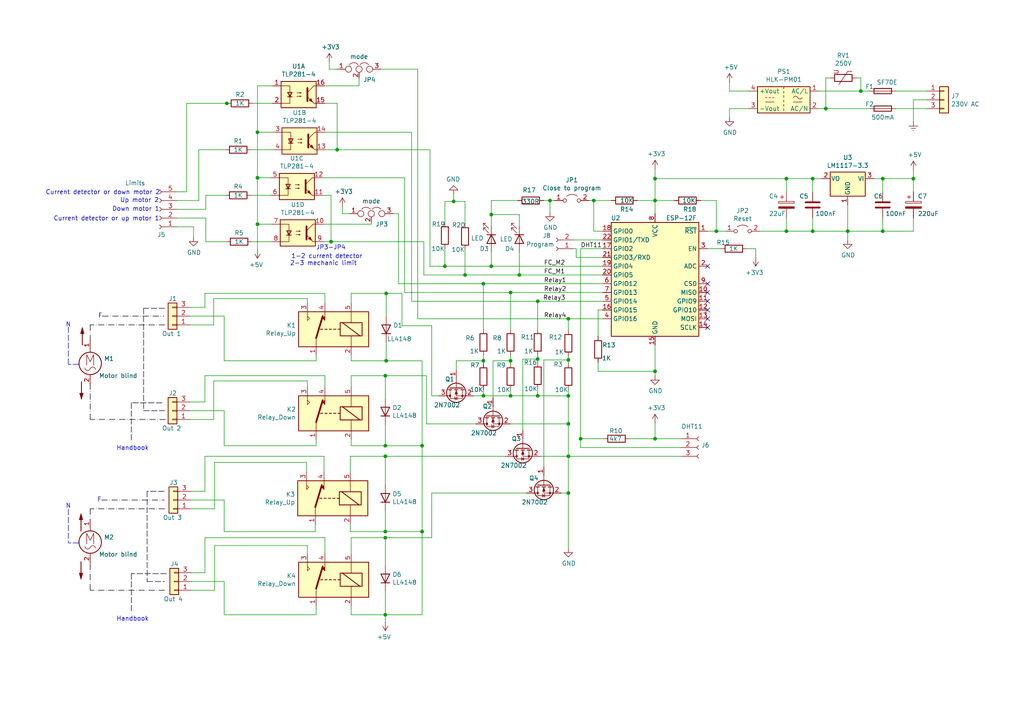
<source format=kicad_sch>
(kicad_sch (version 20200602) (host eeschema "5.99.0-unknown-ae852e1~101~ubuntu18.04.1")
  (page 1 1)
  (paper "A4")
  (lib_symbols
    (symbol "Connector:Conn_01x02_Female" (pin_names hide)
      (property "Reference" "J" (at 0 2.54 0))
      (property "Value" "Conn_01x02_Female" (at 0 -5.08 0))
      (symbol "Conn_01x02_Female_1_1"
        (pin passive line (at -5.08 0 0) (length 3.81) (name "Pin_1") (number "1"))
        (pin passive line (at -5.08 -2.54 0) (length 3.81) (name "Pin_2") (number "2"))
      )
    )
    (symbol "Connector:Conn_01x03_Female" (pin_names hide)
      (property "Reference" "J" (at 0 5.08 0))
      (property "Value" "Conn_01x03_Female" (at 0 -5.08 0))
      (symbol "Conn_01x03_Female_1_1"
        (pin passive line (at -5.08 2.54 0) (length 3.81) (name "Pin_1") (number "1"))
        (pin passive line (at -5.08 0 0) (length 3.81) (name "Pin_2") (number "2"))
        (pin passive line (at -5.08 -2.54 0) (length 3.81) (name "Pin_3") (number "3"))
      )
    )
    (symbol "Connector:Conn_01x05_Female" (pin_names hide)
      (property "Reference" "J" (at 0 7.62 0))
      (property "Value" "Conn_01x05_Female" (at 0 -7.62 0))
      (symbol "Conn_01x05_Female_1_1"
        (pin passive line (at -5.08 5.08 0) (length 3.81) (name "Pin_1") (number "1"))
        (pin passive line (at -5.08 2.54 0) (length 3.81) (name "Pin_2") (number "2"))
        (pin passive line (at -5.08 0 0) (length 3.81) (name "Pin_3") (number "3"))
        (pin passive line (at -5.08 -2.54 0) (length 3.81) (name "Pin_4") (number "4"))
        (pin passive line (at -5.08 -5.08 0) (length 3.81) (name "Pin_5") (number "5"))
      )
    )
    (symbol "Connector_Generic:Conn_01x03" (pin_names hide)
      (property "Reference" "J" (at 0 5.08 0))
      (property "Value" "Conn_01x03" (at 0 -5.08 0))
      (symbol "Conn_01x03_1_1"
        (pin passive line (at -5.08 2.54 0) (length 3.81) (name "Pin_1") (number "1"))
        (pin passive line (at -5.08 0 0) (length 3.81) (name "Pin_2") (number "2"))
        (pin passive line (at -5.08 -2.54 0) (length 3.81) (name "Pin_3") (number "3"))
      )
    )
    (symbol "Converter_ACDC:HLK-PM01" (pin_names (offset 0.508))
      (property "Reference" "PS" (at 0 5.08 0))
      (property "Value" "HLK-PM01" (at 0 -5.08 0))
      (symbol "HLK-PM01_1_1"
        (pin power_in line (at -10.16 2.54 0) (length 2.54) (name "AC/L") (number "1"))
        (pin power_in line (at -10.16 -2.54 0) (length 2.54) (name "AC/N") (number "2"))
        (pin power_out line (at 10.16 -2.54 180) (length 2.54) (name "-Vout") (number "3"))
        (pin power_out line (at 10.16 2.54 180) (length 2.54) (name "+Vout") (number "4"))
      )
    )
    (symbol "Device:C" (pin_numbers hide) (pin_names (offset 0.254))
      (property "Reference" "C" (at 0.635 2.54 0))
      (property "Value" "C" (at 0.635 -2.54 0))
      (symbol "C_1_1"
        (pin passive line (at 0 3.81 270) (length 2.794) (name "~") (number "1"))
        (pin passive line (at 0 -3.81 90) (length 2.794) (name "~") (number "2"))
      )
    )
    (symbol "Device:CP" (pin_numbers hide) (pin_names (offset 0.254))
      (property "Reference" "C" (at 0.635 2.54 0))
      (property "Value" "CP" (at 0.635 -2.54 0))
      (symbol "CP_1_1"
        (pin passive line (at 0 3.81 270) (length 2.794) (name "~") (number "1"))
        (pin passive line (at 0 -3.81 90) (length 2.794) (name "~") (number "2"))
      )
    )
    (symbol "Device:Fuse" (pin_numbers hide) (pin_names (offset 0))
      (property "Reference" "F" (at 2.032 0 90))
      (property "Value" "Fuse" (at -1.905 0 90))
      (symbol "Fuse_1_1"
        (pin passive line (at 0 3.81 270) (length 1.27) (name "~") (number "1"))
        (pin passive line (at 0 -3.81 90) (length 1.27) (name "~") (number "2"))
      )
    )
    (symbol "Device:Jumper_NC_Dual" (pin_names (offset 0.762) hide)
      (property "Reference" "JP" (at 1.27 -2.54 0))
      (property "Value" "Jumper_NC_Dual" (at 0 2.54 0))
      (symbol "Jumper_NC_Dual_0_1"
        (pin passive line (at -6.35 0 0) (length 2.413) (name "1") (number "1"))
        (pin passive line (at 0 -2.54 90) (length 1.524) (name "2") (number "2"))
        (pin passive line (at 6.35 0 180) (length 2.413) (name "3") (number "3"))
      )
    )
    (symbol "Device:LED" (pin_numbers hide) (pin_names hide)
      (property "Reference" "D" (at 0 2.54 0))
      (property "Value" "LED" (at 0 -2.54 0))
      (symbol "LED_1_1"
        (pin passive line (at -3.81 0 0) (length 2.54) (name "K") (number "1"))
        (pin passive line (at 3.81 0 180) (length 2.54) (name "A") (number "2"))
      )
    )
    (symbol "Device:R" (pin_numbers hide) (pin_names (offset 0))
      (property "Reference" "R" (at 2.032 0 90))
      (property "Value" "R" (at 0 0 90))
      (symbol "R_1_1"
        (pin passive line (at 0 3.81 270) (length 1.27) (name "~") (number "1"))
        (pin passive line (at 0 -3.81 90) (length 1.27) (name "~") (number "2"))
      )
    )
    (symbol "Device:Varistor" (pin_numbers hide) (pin_names (offset 0))
      (property "Reference" "RV" (at 3.175 0 90))
      (property "Value" "Varistor" (at -3.175 0 90))
      (symbol "Varistor_0_0"
        (text "U" (at -1.778 -2.032 0) (effects (font (size 1.27 1.27))))
      )
      (symbol "Varistor_1_1"
        (pin passive line (at 0 3.81 270) (length 1.27) (name "~") (number "1"))
        (pin passive line (at 0 -3.81 90) (length 1.27) (name "~") (number "2"))
      )
    )
    (symbol "Diode:LL4148" (pin_numbers hide) (pin_names hide)
      (property "Reference" "D" (at 0 2.54 0))
      (property "Value" "LL4148" (at 0 -2.54 0))
      (symbol "LL4148_1_1"
        (pin passive line (at -3.81 0 0) (length 2.54) (name "K") (number "1"))
        (pin passive line (at 3.81 0 180) (length 2.54) (name "A") (number "2"))
      )
    )
    (symbol "Graphic:SYM_Arrow_Normal")
    (symbol "Isolator:TLP291-4" (pin_names (offset 0.508))
      (property "Reference" "U" (at -5.08 5.08 0))
      (property "Value" "TLP291-4" (at 0 5.08 0))
      (symbol "TLP291-4_1_1"
        (pin passive line (at -7.62 2.54 0) (length 2.54) (name "~") (number "1"))
        (pin passive line (at 7.62 -2.54 180) (length 2.54) (name "~") (number "15"))
        (pin passive line (at 7.62 2.54 180) (length 2.54) (name "~") (number "16"))
        (pin passive line (at -7.62 -2.54 0) (length 2.54) (name "~") (number "2"))
      )
      (symbol "TLP291-4_2_1"
        (pin passive line (at 7.62 -2.54 180) (length 2.54) (name "~") (number "13"))
        (pin passive line (at 7.62 2.54 180) (length 2.54) (name "~") (number "14"))
        (pin passive line (at -7.62 2.54 0) (length 2.54) (name "~") (number "3"))
        (pin passive line (at -7.62 -2.54 0) (length 2.54) (name "~") (number "4"))
      )
      (symbol "TLP291-4_3_1"
        (pin passive line (at 7.62 -2.54 180) (length 2.54) (name "~") (number "11"))
        (pin passive line (at 7.62 2.54 180) (length 2.54) (name "~") (number "12"))
        (pin passive line (at -7.62 2.54 0) (length 2.54) (name "~") (number "5"))
        (pin passive line (at -7.62 -2.54 0) (length 2.54) (name "~") (number "6"))
      )
      (symbol "TLP291-4_4_1"
        (pin passive line (at 7.62 2.54 180) (length 2.54) (name "~") (number "10"))
        (pin passive line (at -7.62 2.54 0) (length 2.54) (name "~") (number "7"))
        (pin passive line (at -7.62 -2.54 0) (length 2.54) (name "~") (number "8"))
        (pin passive line (at 7.62 -2.54 180) (length 2.54) (name "~") (number "9"))
      )
    )
    (symbol "Jumper:Jumper_2_Open" (pin_names (offset 0) hide)
      (property "Reference" "JP" (at 0 2.794 0))
      (property "Value" "Jumper_2_Open" (at 0 -2.286 0))
      (symbol "Jumper_2_Open_1_1"
        (pin passive line (at -5.08 0 0) (length 2.54) (name "A") (number "1"))
        (pin passive line (at 5.08 0 180) (length 2.54) (name "B") (number "2"))
      )
    )
    (symbol "Motor:Motor_AC" (pin_names (offset 0))
      (property "Reference" "M" (at 2.54 2.54 0))
      (property "Value" "Motor_AC" (at 2.54 -5.08 0))
      (symbol "Motor_AC_1_1"
        (pin passive line (at 0 5.08 270) (length 2.54) (name "~") (number "1"))
        (pin passive line (at 0 -7.62 90) (length 2.54) (name "~") (number "2"))
      )
    )
    (symbol "RF_Module:ESP-12F" (pin_names (offset 0.508))
      (property "Reference" "U" (at -12.7 19.05 0))
      (property "Value" "ESP-12F" (at 12.7 19.05 0))
      (symbol "ESP-12F_1_1"
        (pin input line (at -15.24 15.24 0) (length 2.54) (name "~RST") (number "1"))
        (pin bidirectional line (at -15.24 -2.54 0) (length 2.54) (name "MISO") (number "10"))
        (pin bidirectional line (at -15.24 -5.08 0) (length 2.54) (name "GPIO9") (number "11"))
        (pin bidirectional line (at -15.24 -7.62 0) (length 2.54) (name "GPIO10") (number "12"))
        (pin bidirectional line (at -15.24 -10.16 0) (length 2.54) (name "MOSI") (number "13"))
        (pin bidirectional line (at -15.24 -12.7 0) (length 2.54) (name "SCLK") (number "14"))
        (pin power_in line (at 0 -17.78 90) (length 2.54) (name "GND") (number "15"))
        (pin bidirectional line (at 15.24 -7.62 180) (length 2.54) (name "GPIO15") (number "16"))
        (pin bidirectional line (at 15.24 10.16 180) (length 2.54) (name "GPIO2") (number "17"))
        (pin bidirectional line (at 15.24 15.24 180) (length 2.54) (name "GPIO0") (number "18"))
        (pin bidirectional line (at 15.24 5.08 180) (length 2.54) (name "GPIO4") (number "19"))
        (pin input line (at -15.24 5.08 0) (length 2.54) (name "ADC") (number "2"))
        (pin bidirectional line (at 15.24 2.54 180) (length 2.54) (name "GPIO5") (number "20"))
        (pin bidirectional line (at 15.24 7.62 180) (length 2.54) (name "GPIO3/RXD") (number "21"))
        (pin bidirectional line (at 15.24 12.7 180) (length 2.54) (name "GPIO1/TXD") (number "22"))
        (pin input line (at -15.24 10.16 0) (length 2.54) (name "EN") (number "3"))
        (pin bidirectional line (at 15.24 -10.16 180) (length 2.54) (name "GPIO16") (number "4"))
        (pin bidirectional line (at 15.24 -5.08 180) (length 2.54) (name "GPIO14") (number "5"))
        (pin bidirectional line (at 15.24 0 180) (length 2.54) (name "GPIO12") (number "6"))
        (pin bidirectional line (at 15.24 -2.54 180) (length 2.54) (name "GPIO13") (number "7"))
        (pin power_in line (at 0 20.32 270) (length 2.54) (name "VCC") (number "8"))
        (pin input line (at -15.24 0 0) (length 2.54) (name "CS0") (number "9"))
      )
    )
    (symbol "Regulator_Linear:LM1117-3.3" (pin_names (offset 0.254))
      (property "Reference" "U" (at -3.81 3.175 0))
      (property "Value" "LM1117-3.3" (at 0 3.175 0))
      (symbol "LM1117-3.3_1_1"
        (pin power_in line (at 0 -7.62 90) (length 2.54) (name "GND") (number "1"))
        (pin power_out line (at 7.62 0 180) (length 2.54) (name "VO") (number "2"))
        (pin power_in line (at -7.62 0 0) (length 2.54) (name "VI") (number "3"))
      )
    )
    (symbol "Relay:SANYOU_SRD_Form_C" (pin_names (offset 0.508))
      (property "Reference" "K" (at 11.43 3.81 0))
      (property "Value" "SANYOU_SRD_Form_C" (at 11.43 1.27 0))
      (symbol "SANYOU_SRD_Form_C_1_1"
        (pin passive line (at 5.08 -7.62 90) (length 2.54) (name "~") (number "1"))
        (pin passive line (at -5.08 -7.62 90) (length 2.54) (name "~") (number "2"))
        (pin passive line (at 7.62 7.62 270) (length 2.54) (name "~") (number "3"))
        (pin passive line (at 2.54 7.62 270) (length 2.54) (name "~") (number "4"))
        (pin passive line (at -5.08 7.62 270) (length 2.54) (name "~") (number "5"))
      )
    )
    (symbol "Transistor_FET:2N7002" (pin_names (offset 0.508) hide)
      (property "Reference" "Q" (at 5.08 1.905 0))
      (property "Value" "2N7002" (at 5.08 0 0))
      (symbol "2N7002_1_1"
        (pin input line (at -5.08 0 0) (length 2.54) (name "G") (number "1"))
        (pin passive line (at 2.54 -5.08 90) (length 2.54) (name "S") (number "2"))
        (pin passive line (at 2.54 5.08 270) (length 2.54) (name "D") (number "3"))
      )
    )
    (symbol "power:+3V3" (power) (pin_names (offset 0))
      (property "Value" "+3V3" (at 0 3.556 0))
      (symbol "+3V3_1_1"
        (pin power_in line (at 0 0 90) (length 0) hide (name "+3V3") (number "1"))
      )
    )
    (symbol "power:+5V" (power) (pin_names (offset 0))
      (property "Value" "+5V" (at 0 3.556 0))
      (symbol "+5V_1_1"
        (pin power_in line (at 0 0 90) (length 0) hide (name "+5V") (number "1"))
      )
    )
    (symbol "power:Earth" (power) (pin_names (offset 0))
      (symbol "Earth_1_1"
        (pin power_in line (at 0 0 270) (length 0) hide (name "Earth") (number "1"))
      )
    )
    (symbol "power:GND" (power) (pin_names (offset 0))
      (property "Value" "GND" (at 0 -3.81 0))
      (symbol "GND_1_1"
        (pin power_in line (at 0 0 270) (length 0) hide (name "GND") (number "1"))
      )
    )
  )
  (junction (at 65.786 29.972))
  (junction (at 74.676 38.354))
  (junction (at 74.676 51.562))
  (junction (at 74.676 65.024))
  (junction (at 96.012 70.104))
  (junction (at 97.79 43.434))
  (junction (at 111.76 108.966))
  (junction (at 111.76 129.286))
  (junction (at 111.76 132.334))
  (junction (at 111.76 154.178))
  (junction (at 111.76 155.956))
  (junction (at 111.76 178.308))
  (junction (at 112.014 85.09))
  (junction (at 112.014 104.648))
  (junction (at 122.428 129.286))
  (junction (at 122.428 154.178))
  (junction (at 129.032 77.216))
  (junction (at 131.572 58.42))
  (junction (at 134.874 79.756))
  (junction (at 140.208 82.296))
  (junction (at 140.208 104.648))
  (junction (at 140.208 114.808))
  (junction (at 142.494 62.23))
  (junction (at 142.494 77.216))
  (junction (at 148.082 84.836))
  (junction (at 148.082 104.648))
  (junction (at 148.082 114.808))
  (junction (at 150.622 79.756))
  (junction (at 155.956 87.376))
  (junction (at 155.956 104.14))
  (junction (at 155.956 114.808))
  (junction (at 159.512 58.166))
  (junction (at 164.846 92.456))
  (junction (at 164.846 104.394))
  (junction (at 164.846 114.808))
  (junction (at 164.846 122.936))
  (junction (at 164.846 132.334))
  (junction (at 164.846 143.002))
  (junction (at 168.402 127.254))
  (junction (at 172.212 58.166))
  (junction (at 189.992 51.816))
  (junction (at 189.992 58.166))
  (junction (at 189.992 107.696))
  (junction (at 189.992 127.254))
  (junction (at 207.772 67.056))
  (junction (at 228.092 51.816))
  (junction (at 228.092 67.056))
  (junction (at 235.712 51.816))
  (junction (at 235.712 67.056))
  (junction (at 239.522 31.496))
  (junction (at 245.872 67.056))
  (junction (at 249.682 26.416))
  (junction (at 256.032 51.816))
  (junction (at 256.032 67.056))
  (junction (at 264.922 51.816))
  (no_connect (at 205.232 94.996))
  (no_connect (at 205.232 82.296))
  (no_connect (at 205.232 89.916))
  (no_connect (at 205.232 77.216))
  (no_connect (at 205.232 87.376))
  (no_connect (at 205.232 92.456))
  (no_connect (at 205.232 84.836))
  (wire (pts (xy 51.308 55.626) (xy 54.102 55.626)))
  (wire (pts (xy 51.308 60.706) (xy 59.69 60.706)))
  (wire (pts (xy 51.308 63.246) (xy 59.69 63.246)))
  (wire (pts (xy 51.308 65.786) (xy 56.134 65.786)))
  (wire (pts (xy 54.102 29.972) (xy 54.102 55.626)))
  (wire (pts (xy 55.118 89.154) (xy 59.436 89.154)))
  (wire (pts (xy 55.118 91.694) (xy 65.024 91.694)))
  (wire (pts (xy 55.118 94.234) (xy 61.976 94.234)))
  (wire (pts (xy 55.118 119.126) (xy 65.024 119.126)))
  (wire (pts (xy 55.372 142.494) (xy 59.436 142.494)))
  (wire (pts (xy 55.372 145.034) (xy 65.024 145.034)))
  (wire (pts (xy 55.626 168.656) (xy 65.024 168.656)))
  (wire (pts (xy 55.626 171.196) (xy 62.23 171.196)))
  (wire (pts (xy 56.134 65.786) (xy 56.134 68.834)))
  (wire (pts (xy 57.658 43.434) (xy 65.278 43.434)))
  (wire (pts (xy 57.658 58.166) (xy 51.308 58.166)))
  (wire (pts (xy 57.658 58.166) (xy 57.658 43.434)))
  (wire (pts (xy 59.436 89.154) (xy 59.436 85.09)))
  (wire (pts (xy 59.436 108.966) (xy 59.436 116.586)))
  (wire (pts (xy 59.436 116.586) (xy 55.118 116.586)))
  (wire (pts (xy 59.436 132.334) (xy 93.98 132.334)))
  (wire (pts (xy 59.436 142.494) (xy 59.436 132.334)))
  (wire (pts (xy 59.436 155.956) (xy 59.436 166.116)))
  (wire (pts (xy 59.436 155.956) (xy 94.234 155.956)))
  (wire (pts (xy 59.436 166.116) (xy 55.626 166.116)))
  (wire (pts (xy 59.69 56.642) (xy 59.69 60.706)))
  (wire (pts (xy 59.69 63.246) (xy 59.69 70.104)))
  (wire (pts (xy 59.69 70.104) (xy 65.532 70.104)))
  (wire (pts (xy 61.976 94.234) (xy 61.976 86.614)))
  (wire (pts (xy 61.976 110.49) (xy 61.976 121.666)))
  (wire (pts (xy 61.976 121.666) (xy 55.118 121.666)))
  (wire (pts (xy 62.23 134.112) (xy 62.23 147.574)))
  (wire (pts (xy 62.23 147.574) (xy 55.372 147.574)))
  (wire (pts (xy 62.23 158.242) (xy 89.154 158.242)))
  (wire (pts (xy 62.23 171.196) (xy 62.23 158.242)))
  (wire (pts (xy 65.024 91.694) (xy 65.024 104.648)))
  (wire (pts (xy 65.024 119.126) (xy 65.024 129.286)))
  (wire (pts (xy 65.024 145.034) (xy 65.024 154.178)))
  (wire (pts (xy 65.024 154.178) (xy 91.44 154.178)))
  (wire (pts (xy 65.024 168.656) (xy 65.024 178.308)))
  (wire (pts (xy 65.278 56.642) (xy 59.69 56.642)))
  (wire (pts (xy 65.786 29.972) (xy 54.102 29.972)))
  (wire (pts (xy 66.04 29.972) (xy 65.786 29.972)))
  (wire (pts (xy 73.152 70.104) (xy 78.74 70.104)))
  (wire (pts (xy 74.676 24.892) (xy 74.676 38.354)))
  (wire (pts (xy 74.676 38.354) (xy 74.676 51.562)))
  (wire (pts (xy 74.676 51.562) (xy 74.676 65.024)))
  (wire (pts (xy 74.676 65.024) (xy 78.74 65.024)))
  (wire (pts (xy 74.676 72.39) (xy 74.676 65.024)))
  (wire (pts (xy 78.486 51.562) (xy 74.676 51.562)))
  (wire (pts (xy 78.486 56.642) (xy 72.898 56.642)))
  (wire (pts (xy 78.994 24.892) (xy 74.676 24.892)))
  (wire (pts (xy 78.994 29.972) (xy 73.406 29.972)))
  (wire (pts (xy 79.248 38.354) (xy 74.676 38.354)))
  (wire (pts (xy 79.248 43.434) (xy 72.898 43.434)))
  (wire (pts (xy 88.9 134.112) (xy 62.23 134.112)))
  (wire (pts (xy 88.9 136.906) (xy 88.9 134.112)))
  (wire (pts (xy 89.154 86.614) (xy 61.976 86.614)))
  (wire (pts (xy 89.154 87.884) (xy 89.154 86.614)))
  (wire (pts (xy 89.154 110.49) (xy 61.976 110.49)))
  (wire (pts (xy 89.154 112.268) (xy 89.154 110.49)))
  (wire (pts (xy 89.154 160.528) (xy 89.154 158.242)))
  (wire (pts (xy 91.44 152.146) (xy 91.44 154.178)))
  (wire (pts (xy 91.694 103.124) (xy 91.694 104.648)))
  (wire (pts (xy 91.694 104.648) (xy 65.024 104.648)))
  (wire (pts (xy 91.694 127.508) (xy 91.694 129.286)))
  (wire (pts (xy 91.694 129.286) (xy 65.024 129.286)))
  (wire (pts (xy 91.694 175.768) (xy 91.694 178.308)))
  (wire (pts (xy 91.694 178.308) (xy 65.024 178.308)))
  (wire (pts (xy 93.726 56.642) (xy 96.012 56.642)))
  (wire (pts (xy 93.98 65.024) (xy 107.696 65.024)))
  (wire (pts (xy 93.98 70.104) (xy 96.012 70.104)))
  (wire (pts (xy 93.98 132.334) (xy 93.98 136.906)))
  (wire (pts (xy 94.234 24.892) (xy 104.14 24.892)))
  (wire (pts (xy 94.234 29.972) (xy 97.79 29.972)))
  (wire (pts (xy 94.234 85.09) (xy 59.436 85.09)))
  (wire (pts (xy 94.234 85.09) (xy 94.234 87.884)))
  (wire (pts (xy 94.234 108.966) (xy 59.436 108.966)))
  (wire (pts (xy 94.234 112.268) (xy 94.234 108.966)))
  (wire (pts (xy 94.234 160.528) (xy 94.234 155.956)))
  (wire (pts (xy 95.504 20.066) (xy 95.504 18.034)))
  (wire (pts (xy 96.012 56.642) (xy 96.012 70.104)))
  (wire (pts (xy 96.012 70.104) (xy 122.936 70.104)))
  (wire (pts (xy 97.79 20.066) (xy 95.504 20.066)))
  (wire (pts (xy 97.79 29.972) (xy 97.79 43.434)))
  (wire (pts (xy 97.79 43.434) (xy 94.488 43.434)))
  (wire (pts (xy 99.314 59.944) (xy 99.314 61.976)))
  (wire (pts (xy 99.314 61.976) (xy 101.346 61.976)))
  (wire (pts (xy 101.6 132.334) (xy 101.6 136.906)))
  (wire (pts (xy 101.6 132.334) (xy 111.76 132.334)))
  (wire (pts (xy 101.6 152.146) (xy 101.6 154.178)))
  (wire (pts (xy 101.6 154.178) (xy 111.76 154.178)))
  (wire (pts (xy 101.854 85.09) (xy 112.014 85.09)))
  (wire (pts (xy 101.854 87.884) (xy 101.854 85.09)))
  (wire (pts (xy 101.854 103.124) (xy 101.854 104.648)))
  (wire (pts (xy 101.854 104.648) (xy 112.014 104.648)))
  (wire (pts (xy 101.854 108.966) (xy 111.76 108.966)))
  (wire (pts (xy 101.854 112.268) (xy 101.854 108.966)))
  (wire (pts (xy 101.854 127.508) (xy 101.854 129.286)))
  (wire (pts (xy 101.854 129.286) (xy 111.76 129.286)))
  (wire (pts (xy 101.854 155.956) (xy 111.76 155.956)))
  (wire (pts (xy 101.854 160.528) (xy 101.854 155.956)))
  (wire (pts (xy 101.854 175.768) (xy 101.854 178.308)))
  (wire (pts (xy 101.854 178.308) (xy 111.76 178.308)))
  (wire (pts (xy 104.14 24.892) (xy 104.14 22.606)))
  (wire (pts (xy 107.696 65.024) (xy 107.696 64.516)))
  (wire (pts (xy 110.49 20.066) (xy 121.158 20.066)))
  (wire (pts (xy 111.76 108.966) (xy 111.76 115.57)))
  (wire (pts (xy 111.76 108.966) (xy 123.698 108.966)))
  (wire (pts (xy 111.76 123.19) (xy 111.76 129.286)))
  (wire (pts (xy 111.76 129.286) (xy 122.428 129.286)))
  (wire (pts (xy 111.76 132.334) (xy 146.558 132.334)))
  (wire (pts (xy 111.76 140.589) (xy 111.76 132.334)))
  (wire (pts (xy 111.76 148.209) (xy 111.76 154.178)))
  (wire (pts (xy 111.76 154.178) (xy 122.428 154.178)))
  (wire (pts (xy 111.76 155.956) (xy 125.222 155.956)))
  (wire (pts (xy 111.76 163.957) (xy 111.76 155.956)))
  (wire (pts (xy 111.76 171.577) (xy 111.76 178.308)))
  (wire (pts (xy 111.76 178.308) (xy 122.428 178.308)))
  (wire (pts (xy 111.76 180.34) (xy 111.76 178.308)))
  (wire (pts (xy 112.014 85.09) (xy 112.014 91.694)))
  (wire (pts (xy 112.014 85.09) (xy 116.586 85.09)))
  (wire (pts (xy 112.014 99.314) (xy 112.014 104.648)))
  (wire (pts (xy 112.014 104.648) (xy 122.428 104.648)))
  (wire (pts (xy 114.046 61.976) (xy 115.57 61.976)))
  (wire (pts (xy 115.57 61.976) (xy 115.57 82.296)))
  (wire (pts (xy 116.586 85.09) (xy 116.586 94.488)))
  (wire (pts (xy 116.586 94.488) (xy 125.222 94.488)))
  (wire (pts (xy 117.348 51.562) (xy 93.726 51.562)))
  (wire (pts (xy 117.348 84.836) (xy 117.348 51.562)))
  (wire (pts (xy 119.38 38.354) (xy 94.488 38.354)))
  (wire (pts (xy 119.38 87.376) (xy 119.38 38.354)))
  (wire (pts (xy 119.38 87.376) (xy 155.956 87.376)))
  (wire (pts (xy 121.158 20.066) (xy 121.158 92.456)))
  (wire (pts (xy 122.428 129.286) (xy 122.428 104.648)))
  (wire (pts (xy 122.428 154.178) (xy 122.428 129.286)))
  (wire (pts (xy 122.428 154.178) (xy 122.428 178.308)))
  (wire (pts (xy 122.936 70.104) (xy 122.936 79.756)))
  (wire (pts (xy 122.936 79.756) (xy 134.874 79.756)))
  (wire (pts (xy 123.698 108.966) (xy 123.698 122.936)))
  (wire (pts (xy 123.698 122.936) (xy 137.922 122.936)))
  (wire (pts (xy 124.714 43.434) (xy 97.79 43.434)))
  (wire (pts (xy 124.714 77.216) (xy 124.714 43.434)))
  (wire (pts (xy 124.714 77.216) (xy 129.032 77.216)))
  (wire (pts (xy 125.222 94.488) (xy 125.222 114.808)))
  (wire (pts (xy 125.222 114.808) (xy 127.254 114.808)))
  (wire (pts (xy 125.222 155.956) (xy 125.222 143.002)))
  (wire (pts (xy 129.032 58.42) (xy 129.032 64.516)))
  (wire (pts (xy 129.032 72.136) (xy 129.032 77.216)))
  (wire (pts (xy 129.032 77.216) (xy 142.494 77.216)))
  (wire (pts (xy 131.572 56.388) (xy 131.572 58.42)))
  (wire (pts (xy 131.572 58.42) (xy 129.032 58.42)))
  (wire (pts (xy 132.334 104.648) (xy 132.334 107.188)))
  (wire (pts (xy 132.334 104.648) (xy 140.208 104.648)))
  (wire (pts (xy 134.874 58.42) (xy 131.572 58.42)))
  (wire (pts (xy 134.874 64.77) (xy 134.874 58.42)))
  (wire (pts (xy 134.874 72.39) (xy 134.874 79.756)))
  (wire (pts (xy 134.874 79.756) (xy 150.622 79.756)))
  (wire (pts (xy 140.208 82.296) (xy 115.57 82.296)))
  (wire (pts (xy 140.208 82.296) (xy 140.208 95.504)))
  (wire (pts (xy 140.208 82.296) (xy 174.752 82.296)))
  (wire (pts (xy 140.208 103.124) (xy 140.208 104.648)))
  (wire (pts (xy 140.208 105.41) (xy 140.208 104.648)))
  (wire (pts (xy 140.208 113.03) (xy 140.208 114.808)))
  (wire (pts (xy 140.208 114.808) (xy 137.414 114.808)))
  (wire (pts (xy 140.208 114.808) (xy 148.082 114.808)))
  (wire (pts (xy 142.494 58.166) (xy 142.494 62.23)))
  (wire (pts (xy 142.494 62.23) (xy 142.494 65.532)))
  (wire (pts (xy 142.494 62.23) (xy 150.622 62.23)))
  (wire (pts (xy 142.494 73.152) (xy 142.494 77.216)))
  (wire (pts (xy 142.494 77.216) (xy 174.752 77.216)))
  (wire (pts (xy 143.002 104.648) (xy 148.082 104.648)))
  (wire (pts (xy 143.002 115.316) (xy 143.002 104.648)))
  (wire (pts (xy 148.082 84.836) (xy 117.348 84.836)))
  (wire (pts (xy 148.082 84.836) (xy 148.082 85.09)))
  (wire (pts (xy 148.082 84.836) (xy 148.082 95.504)))
  (wire (pts (xy 148.082 84.836) (xy 174.752 84.836)))
  (wire (pts (xy 148.082 103.124) (xy 148.082 104.648)))
  (wire (pts (xy 148.082 104.648) (xy 148.082 105.41)))
  (wire (pts (xy 148.082 113.03) (xy 148.082 114.808)))
  (wire (pts (xy 148.082 114.808) (xy 155.956 114.808)))
  (wire (pts (xy 148.082 122.936) (xy 164.846 122.936)))
  (wire (pts (xy 150.114 58.166) (xy 142.494 58.166)))
  (wire (pts (xy 150.622 65.532) (xy 150.622 62.23)))
  (wire (pts (xy 150.622 73.152) (xy 150.622 79.756)))
  (wire (pts (xy 150.622 79.756) (xy 174.752 79.756)))
  (wire (pts (xy 151.638 104.14) (xy 151.638 124.714)))
  (wire (pts (xy 151.638 104.14) (xy 155.956 104.14)))
  (wire (pts (xy 152.654 143.002) (xy 125.222 143.002)))
  (wire (pts (xy 155.956 87.376) (xy 174.752 87.376)))
  (wire (pts (xy 155.956 95.504) (xy 155.956 87.376)))
  (wire (pts (xy 155.956 103.124) (xy 155.956 104.14)))
  (wire (pts (xy 155.956 104.14) (xy 155.956 105.156)))
  (wire (pts (xy 155.956 112.776) (xy 155.956 114.808)))
  (wire (pts (xy 155.956 114.808) (xy 164.846 114.808)))
  (wire (pts (xy 156.718 132.334) (xy 164.846 132.334)))
  (wire (pts (xy 157.734 58.166) (xy 159.512 58.166)))
  (wire (pts (xy 157.734 104.394) (xy 164.846 104.394)))
  (wire (pts (xy 157.734 135.382) (xy 157.734 104.394)))
  (wire (pts (xy 159.512 58.166) (xy 159.512 61.595)))
  (wire (pts (xy 160.782 58.166) (xy 159.512 58.166)))
  (wire (pts (xy 162.814 143.002) (xy 164.846 143.002)))
  (wire (pts (xy 164.846 92.456) (xy 121.158 92.456)))
  (wire (pts (xy 164.846 92.456) (xy 174.752 92.456)))
  (wire (pts (xy 164.846 95.758) (xy 164.846 92.456)))
  (wire (pts (xy 164.846 103.378) (xy 164.846 104.394)))
  (wire (pts (xy 164.846 104.394) (xy 164.846 105.41)))
  (wire (pts (xy 164.846 114.808) (xy 164.846 113.03)))
  (wire (pts (xy 164.846 122.936) (xy 164.846 114.808)))
  (wire (pts (xy 164.846 122.936) (xy 164.846 132.334)))
  (wire (pts (xy 164.846 132.334) (xy 164.846 143.002)))
  (wire (pts (xy 164.846 132.334) (xy 197.612 132.334)))
  (wire (pts (xy 164.846 159.004) (xy 164.846 143.002)))
  (wire (pts (xy 166.37 69.596) (xy 174.752 69.596)))
  (wire (pts (xy 166.37 72.136) (xy 167.132 72.136)))
  (wire (pts (xy 167.132 72.136) (xy 167.132 74.676)))
  (wire (pts (xy 167.132 74.676) (xy 174.752 74.676)))
  (wire (pts (xy 168.402 72.136) (xy 168.402 127.254)))
  (wire (pts (xy 168.402 127.254) (xy 168.402 129.794)))
  (wire (pts (xy 168.402 127.254) (xy 175.006 127.254)))
  (wire (pts (xy 170.942 58.166) (xy 172.212 58.166)))
  (wire (pts (xy 172.212 58.166) (xy 177.292 58.166)))
  (wire (pts (xy 172.212 67.056) (xy 172.212 58.166)))
  (wire (pts (xy 173.482 89.916) (xy 173.482 97.536)))
  (wire (pts (xy 173.482 105.156) (xy 173.482 107.696)))
  (wire (pts (xy 173.482 107.696) (xy 189.992 107.696)))
  (wire (pts (xy 174.752 67.056) (xy 172.212 67.056)))
  (wire (pts (xy 174.752 72.136) (xy 168.402 72.136)))
  (wire (pts (xy 174.752 89.916) (xy 173.482 89.916)))
  (wire (pts (xy 182.626 127.254) (xy 189.992 127.254)))
  (wire (pts (xy 184.912 58.166) (xy 189.992 58.166)))
  (wire (pts (xy 189.992 49.022) (xy 189.992 51.816)))
  (wire (pts (xy 189.992 51.816) (xy 189.992 58.166)))
  (wire (pts (xy 189.992 51.816) (xy 228.092 51.816)))
  (wire (pts (xy 189.992 58.166) (xy 189.992 61.976)))
  (wire (pts (xy 189.992 58.166) (xy 195.58 58.166)))
  (wire (pts (xy 189.992 100.076) (xy 189.992 107.696)))
  (wire (pts (xy 189.992 107.696) (xy 189.992 108.966)))
  (wire (pts (xy 189.992 122.682) (xy 189.992 127.254)))
  (wire (pts (xy 189.992 127.254) (xy 197.612 127.254)))
  (wire (pts (xy 197.612 129.794) (xy 168.402 129.794)))
  (wire (pts (xy 203.2 58.166) (xy 207.772 58.166)))
  (wire (pts (xy 205.232 67.056) (xy 207.772 67.056)))
  (wire (pts (xy 205.232 72.136) (xy 209.042 72.136)))
  (wire (pts (xy 207.772 58.166) (xy 207.772 67.056)))
  (wire (pts (xy 207.772 67.056) (xy 210.312 67.056)))
  (wire (pts (xy 211.582 23.876) (xy 211.582 26.416)))
  (wire (pts (xy 211.582 31.496) (xy 211.582 34.036)))
  (wire (pts (xy 216.662 72.136) (xy 219.202 72.136)))
  (wire (pts (xy 217.17 26.416) (xy 211.582 26.416)))
  (wire (pts (xy 217.17 31.496) (xy 211.582 31.496)))
  (wire (pts (xy 219.202 72.136) (xy 219.202 74.676)))
  (wire (pts (xy 220.472 67.056) (xy 228.092 67.056)))
  (wire (pts (xy 228.092 51.816) (xy 228.092 55.626)))
  (wire (pts (xy 228.092 67.056) (xy 228.092 63.246)))
  (wire (pts (xy 228.092 67.056) (xy 235.712 67.056)))
  (wire (pts (xy 235.712 51.816) (xy 228.092 51.816)))
  (wire (pts (xy 235.712 51.816) (xy 235.712 55.626)))
  (wire (pts (xy 235.712 63.246) (xy 235.712 67.056)))
  (wire (pts (xy 235.712 67.056) (xy 245.872 67.056)))
  (wire (pts (xy 237.49 26.416) (xy 249.682 26.416)))
  (wire (pts (xy 237.49 31.496) (xy 239.522 31.496)))
  (wire (pts (xy 238.252 51.816) (xy 235.712 51.816)))
  (wire (pts (xy 239.522 22.606) (xy 239.522 31.496)))
  (wire (pts (xy 239.522 31.496) (xy 252.222 31.496)))
  (wire (pts (xy 240.792 22.606) (xy 239.522 22.606)))
  (wire (pts (xy 245.872 67.056) (xy 245.872 59.436)))
  (wire (pts (xy 245.872 67.056) (xy 245.872 69.596)))
  (wire (pts (xy 248.412 22.606) (xy 249.682 22.606)))
  (wire (pts (xy 249.682 22.606) (xy 249.682 26.416)))
  (wire (pts (xy 249.682 26.416) (xy 252.222 26.416)))
  (wire (pts (xy 253.492 51.816) (xy 256.032 51.816)))
  (wire (pts (xy 256.032 51.816) (xy 256.032 55.626)))
  (wire (pts (xy 256.032 51.816) (xy 264.922 51.816)))
  (wire (pts (xy 256.032 63.246) (xy 256.032 67.056)))
  (wire (pts (xy 256.032 67.056) (xy 245.872 67.056)))
  (wire (pts (xy 259.842 26.416) (xy 268.732 26.416)))
  (wire (pts (xy 259.842 31.496) (xy 268.732 31.496)))
  (wire (pts (xy 264.922 28.956) (xy 264.922 35.306)))
  (wire (pts (xy 264.922 49.276) (xy 264.922 51.816)))
  (wire (pts (xy 264.922 51.816) (xy 264.922 55.626)))
  (wire (pts (xy 264.922 63.246) (xy 264.922 67.056)))
  (wire (pts (xy 264.922 67.056) (xy 256.032 67.056)))
  (wire (pts (xy 268.732 28.956) (xy 264.922 28.956)))
  (polyline (pts (xy 19.812 105.664) (xy 19.812 94.488)) (stroke (width 0) (type dash)))
  (polyline (pts (xy 19.812 147.701) (xy 19.812 157.353)) (stroke (width 0) (type dash)))
  (polyline (pts (xy 22.86 105.664) (xy 19.812 105.664)) (stroke (width 0) (type dash)))
  (polyline (pts (xy 22.86 157.48) (xy 19.812 157.48)) (stroke (width 0) (type dash)))
  (polyline (pts (xy 26.162 94.234) (xy 26.162 98.806)) (stroke (width 0.1524) (type dash_dot) (color 0 0 0 1)))
  (polyline (pts (xy 26.162 111.252) (xy 26.162 121.666)) (stroke (width 0.1524) (type dash_dot) (color 0 0 0 1)))
  (polyline (pts (xy 26.162 147.574) (xy 26.162 150.876)) (stroke (width 0.1524) (type dash_dot) (color 0 0 0 1)))
  (polyline (pts (xy 26.162 163.576) (xy 26.162 171.196)) (stroke (width 0.1524) (type dash_dot) (color 0 0 0 1)))
  (polyline (pts (xy 29.464 145.034) (xy 47.625 145.034)) (stroke (width 0.1524) (type dash_dot) (color 0 0 0 1)))
  (polyline (pts (xy 29.718 91.694) (xy 47.498 91.694)) (stroke (width 0.1524) (type dash_dot) (color 0 0 0 1)))
  (polyline (pts (xy 38.1 116.84) (xy 38.1 128.27)) (stroke (width 0.1524) (type dash) (color 0 0 0 1)))
  (polyline (pts (xy 38.1 166.37) (xy 38.1 177.8)) (stroke (width 0.1524) (type dash) (color 0 0 0 1)))
  (polyline (pts (xy 41.656 89.408) (xy 41.656 119.126)) (stroke (width 0.1524) (type dash) (color 0 0 72 1)))
  (polyline (pts (xy 41.656 119.126) (xy 47.752 119.126)) (stroke (width 0.1524) (type dash) (color 0 0 72 1)))
  (polyline (pts (xy 42.672 142.494) (xy 42.672 168.656)) (stroke (width 0.1524) (type dash) (color 0 0 72 1)))
  (polyline (pts (xy 42.672 168.656) (xy 47.752 168.656)) (stroke (width 0.1524) (type dash) (color 0 0 72 1)))
  (polyline (pts (xy 46.99 116.84) (xy 38.1 116.84)) (stroke (width 0.1524) (type dash) (color 0 0 0 1)))
  (polyline (pts (xy 47.625 142.494) (xy 42.672 142.494)) (stroke (width 0.1524) (type dash) (color 0 0 72 1)))
  (polyline (pts (xy 47.752 89.408) (xy 41.656 89.408)) (stroke (width 0.1524) (type dash) (color 0 0 72 1)))
  (polyline (pts (xy 47.752 94.234) (xy 26.162 94.234)) (stroke (width 0.1524) (type dash_dot) (color 0 0 0 1)))
  (polyline (pts (xy 47.752 147.574) (xy 26.162 147.574)) (stroke (width 0.1524) (type dash_dot) (color 0 0 0 1)))
  (polyline (pts (xy 47.752 171.196) (xy 26.162 171.196)) (stroke (width 0.1524) (type dash_dot) (color 0 0 0 1)))
  (polyline (pts (xy 48.006 121.666) (xy 26.162 121.666)) (stroke (width 0.1524) (type dash_dot) (color 0 0 0 1)))
  (polyline (pts (xy 48.26 166.37) (xy 38.1 166.37)) (stroke (width 0.1524) (type dash) (color 0 0 0 1)))
  (text "Current detector or down motor 2" (at 13.208 56.642 0) (effects (font (size 1.27 1.27)) (justify left bottom)))
  (text "Current detector or up motor 1\n " (at 15.494 66.294 0) (effects (font (size 1.27 1.27)) (justify left bottom)))
  (text "N" (at 19.05 94.996 0) (effects (font (size 1.27 1.27)) (justify left bottom)))
  (text "N" (at 20.574 147.574 180) (effects (font (size 1.27 1.27)) (justify right bottom)))
  (text "F" (at 29.464 145.796 180) (effects (font (size 1.27 1.27)) (justify right bottom)))
  (text "F" (at 29.718 92.456 180) (effects (font (size 1.27 1.27)) (justify right bottom)))
  (text "Down motor 1" (at 32.512 61.468 0) (effects (font (size 1.27 1.27)) (justify left bottom)))
  (text "Up motor 2" (at 34.798 58.928 0) (effects (font (size 1.27 1.27)) (justify left bottom)))
  (text "Handbook" (at 43.18 130.81 180) (effects (font (size 1.27 1.27)) (justify right bottom)))
  (text "Handbook" (at 43.18 180.34 180) (effects (font (size 1.27 1.27)) (justify right bottom)))
  (text "JP3-JP4" (at 100.33 72.644 180) (effects (font (size 1.27 1.27)) (justify right bottom)))
  (text "1-2 current detector\n" (at 105.156 75.184 180) (effects (font (size 1.27 1.27)) (justify right bottom)))
  (text "\n2-3 mechanic limit   " (at 106.426 77.216 180) (effects (font (size 1.27 1.27)) (justify right bottom)))
  (label "Relay3" (at 157.48 87.376 0))
  (label "FC_M2" (at 157.734 77.216 0))
  (label "FC_M1" (at 157.734 79.756 0))
  (label "Relay1" (at 157.734 82.296 0))
  (label "Relay2" (at 157.734 84.836 0))
  (label "Relay4" (at 157.7343 92.456 0))
  (label "DHT11" (at 168.402 72.136 0))
  (symbol (lib_id "Graphic:SYM_Arrow_Normal") (at 23.495 151.511 90) (unit 1)
    (property "Reference" "#SYM1" (effects hide))
    (property "Value" "SYM_Arrow_Normal" (effects hide))
  )
  (symbol (lib_id "Graphic:SYM_Arrow_Normal") (at 23.495 165.481 270) (unit 1)
    (property "Reference" "#SYM3" (effects hide))
    (property "Value" "SYM_Arrow_Normal" (effects hide))
  )
  (symbol (lib_id "Graphic:SYM_Arrow_Normal") (at 23.622 113.284 270) (unit 1)
    (property "Reference" "#SYM2" (effects hide))
    (property "Value" "SYM_Arrow_Normal" (effects hide))
  )
  (symbol (lib_id "Graphic:SYM_Arrow_Normal") (at 23.876 97.536 90) (unit 1)
    (property "Reference" "#SYM4" (effects hide))
    (property "Value" "SYM_Arrow_Normal" (effects hide))
  )
  (symbol (lib_id "power:+5V") (at 74.676 72.39 180) (unit 1)
    (property "Reference" "#PWR0110" (effects hide))
    (property "Value" "+5V" (at 74.295 76.7842 0))
  )
  (symbol (lib_id "power:+3V3") (at 95.504 18.034 0) (unit 1)
    (property "Reference" "#PWR0116" (effects hide))
    (property "Value" "+3V3" (at 95.885 13.6398 0))
  )
  (symbol (lib_id "power:+3V3") (at 99.314 59.944 0) (unit 1)
    (property "Reference" "#PWR0113" (effects hide))
    (property "Value" "+3V3" (at 99.695 55.5498 0))
  )
  (symbol (lib_id "power:+5V") (at 111.76 180.34 180) (unit 1)
    (property "Reference" "#PWR0115" (effects hide))
    (property "Value" "+5V" (at 111.379 184.7342 0))
  )
  (symbol (lib_id "power:+3V3") (at 189.992 49.022 0) (unit 1)
    (property "Reference" "#PWR0112" (effects hide))
    (property "Value" "+3V3" (at 190.373 44.6278 0))
  )
  (symbol (lib_id "power:+3V3") (at 189.992 122.682 0) (unit 1)
    (property "Reference" "#PWR0106" (effects hide))
    (property "Value" "+3V3" (at 190.373 118.2878 0))
  )
  (symbol (lib_id "power:+5V") (at 211.582 23.876 0) (unit 1)
    (property "Reference" "#PWR0104" (effects hide))
    (property "Value" "+5V" (at 211.963 19.4818 0))
  )
  (symbol (lib_id "power:+3V3") (at 219.202 74.676 180) (unit 1)
    (property "Reference" "#PWR0108" (effects hide))
    (property "Value" "+3V3" (at 218.821 79.0702 0))
  )
  (symbol (lib_id "power:+5V") (at 264.922 49.276 0) (unit 1)
    (property "Reference" "#PWR0102" (effects hide))
    (property "Value" "+5V" (at 265.303 44.8818 0))
  )
  (symbol (lib_id "power:GND") (at 56.134 68.834 0) (unit 1)
    (property "Reference" "#PWR0111" (effects hide))
    (property "Value" "GND" (at 56.261 73.2282 0))
  )
  (symbol (lib_id "power:GND") (at 131.572 56.388 180) (unit 1)
    (property "Reference" "#PWR0117" (effects hide))
    (property "Value" "GND" (at 131.445 51.9938 0))
  )
  (symbol (lib_id "power:GND") (at 159.512 61.595 0) (unit 1)
    (property "Reference" "#PWR0101" (effects hide))
    (property "Value" "GND" (at 159.639 65.9892 0))
  )
  (symbol (lib_id "power:GND") (at 164.846 159.004 0) (unit 1)
    (property "Reference" "#PWR0114" (effects hide))
    (property "Value" "GND" (at 164.973 163.3982 0))
  )
  (symbol (lib_id "power:GND") (at 189.992 108.966 0) (unit 1)
    (property "Reference" "#PWR0107" (effects hide))
    (property "Value" "GND" (at 190.119 113.3602 0))
  )
  (symbol (lib_id "power:GND") (at 211.582 34.036 0) (unit 1)
    (property "Reference" "#PWR0105" (effects hide))
    (property "Value" "GND" (at 211.709 38.4302 0))
  )
  (symbol (lib_id "power:GND") (at 245.872 69.596 0) (unit 1)
    (property "Reference" "#PWR0109" (effects hide))
    (property "Value" "GND" (at 245.999 73.9902 0))
  )
  (symbol (lib_id "power:Earth") (at 264.922 35.306 0) (unit 1)
    (property "Reference" "#PWR0103" (effects hide))
    (property "Value" "Earth" (effects hide))
  )
  (symbol (lib_id "Device:Fuse") (at 256.032 26.416 90) (unit 1)
    (property "Reference" "F1" (at 252.222 25.146 90))
    (property "Value" "SF70E" (at 257.302 23.876 90))
    (property "Footprint" "Resistor_THT:R_Axial_DIN0411_L9.9mm_D3.6mm_P7.62mm_Vertical" (effects hide))
  )
  (symbol (lib_id "Device:Fuse") (at 256.032 31.496 90) (unit 1)
    (property "Reference" "F2" (at 252.222 30.226 90))
    (property "Value" "500mA" (at 256.032 34.036 90))
    (property "Footprint" "Resistor_THT:R_Axial_DIN0207_L6.3mm_D2.5mm_P7.62mm_Horizontal" (effects hide))
  )
  (symbol (lib_id "Device:R") (at 69.088 43.434 90) (unit 1)
    (property "Reference" "R1" (at 69.088 40.894 90))
    (property "Value" "1K" (at 69.088 43.434 90))
    (property "Footprint" "Resistor_SMD:R_0805_2012Metric" (effects hide))
  )
  (symbol (lib_id "Device:R") (at 69.088 56.642 90) (unit 1)
    (property "Reference" "R4" (at 69.088 54.102 90))
    (property "Value" "1K" (at 69.088 56.642 90))
    (property "Footprint" "Resistor_SMD:R_0805_2012Metric" (effects hide))
  )
  (symbol (lib_id "Device:R") (at 69.342 70.104 90) (unit 1)
    (property "Reference" "R5" (at 69.342 67.564 90))
    (property "Value" "1K" (at 69.342 70.104 90))
    (property "Footprint" "Resistor_SMD:R_0805_2012Metric" (effects hide))
  )
  (symbol (lib_id "Device:R") (at 69.596 29.972 90) (unit 1)
    (property "Reference" "R2" (at 69.596 27.432 90))
    (property "Value" "1K" (at 69.596 29.972 90))
    (property "Footprint" "Resistor_SMD:R_0805_2012Metric" (effects hide))
  )
  (symbol (lib_id "Device:R") (at 129.032 68.326 0) (unit 1)
    (property "Reference" "R19" (at 125.222 65.024 0) (effects (justify left)))
    (property "Value" "10K" (at 125.095 72.136 0) (effects (justify left)))
    (property "Footprint" "Resistor_SMD:R_0805_2012Metric" (effects hide))
  )
  (symbol (lib_id "Device:R") (at 134.874 68.58 0) (unit 1)
    (property "Reference" "R20" (at 131.064 65.278 0) (effects (justify left)))
    (property "Value" "10K" (at 130.937 72.39 0) (effects (justify left)))
    (property "Footprint" "Resistor_SMD:R_0805_2012Metric" (effects hide))
  )
  (symbol (lib_id "Device:R") (at 140.208 99.314 180) (unit 1)
    (property "Reference" "R6" (at 137.668 98.044 0) (effects (justify left)))
    (property "Value" "1K" (at 138.938 101.854 0) (effects (justify left)))
    (property "Footprint" "Resistor_SMD:R_0805_2012Metric" (effects hide))
  )
  (symbol (lib_id "Device:R") (at 140.208 109.22 0) (unit 1)
    (property "Reference" "R7" (at 136.398 105.918 0) (effects (justify left)))
    (property "Value" "10K" (at 136.271 113.03 0) (effects (justify left)))
    (property "Footprint" "Resistor_SMD:R_0805_2012Metric" (effects hide))
  )
  (symbol (lib_id "Device:R") (at 148.082 99.314 180) (unit 1)
    (property "Reference" "R8" (at 145.542 98.044 0) (effects (justify left)))
    (property "Value" "1K" (at 146.812 101.854 0) (effects (justify left)))
    (property "Footprint" "Resistor_SMD:R_0805_2012Metric" (effects hide))
  )
  (symbol (lib_id "Device:R") (at 148.082 109.22 0) (unit 1)
    (property "Reference" "R9" (at 144.018 105.918 0) (effects (justify left)))
    (property "Value" "10K" (at 144.145 113.03 0) (effects (justify left)))
    (property "Footprint" "Resistor_SMD:R_0805_2012Metric" (effects hide))
  )
  (symbol (lib_id "Device:R") (at 153.924 58.166 90) (unit 1)
    (property "Reference" "R17" (at 155.448 55.118 90) (effects (justify left)))
    (property "Value" "330R" (at 156.464 58.42 90) (effects (justify left)))
    (property "Footprint" "Resistor_SMD:R_0805_2012Metric" (effects hide))
  )
  (symbol (lib_id "Device:R") (at 155.956 99.314 180) (unit 1)
    (property "Reference" "R11" (at 154.94 97.79 0) (effects (justify left)))
    (property "Value" "1K" (at 154.686 101.854 0) (effects (justify left)))
    (property "Footprint" "Resistor_SMD:R_0805_2012Metric" (effects hide))
  )
  (symbol (lib_id "Device:R") (at 155.956 108.966 0) (unit 1)
    (property "Reference" "R16" (at 151.892 105.156 0) (effects (justify left)))
    (property "Value" "10K" (at 152.019 112.776 0) (effects (justify left)))
    (property "Footprint" "Resistor_SMD:R_0805_2012Metric" (effects hide))
  )
  (symbol (lib_id "Device:R") (at 164.846 99.568 180) (unit 1)
    (property "Reference" "R12" (at 163.068 97.79 0) (effects (justify left)))
    (property "Value" "1K" (at 163.576 102.108 0) (effects (justify left)))
    (property "Footprint" "Resistor_SMD:R_0805_2012Metric" (effects hide))
  )
  (symbol (lib_id "Device:R") (at 164.846 109.22 0) (unit 1)
    (property "Reference" "R3" (at 160.528 105.664 0) (effects (justify left)))
    (property "Value" "10K" (at 160.909 113.03 0) (effects (justify left)))
    (property "Footprint" "Resistor_SMD:R_0805_2012Metric" (effects hide))
  )
  (symbol (lib_id "Device:R") (at 173.482 101.346 180) (unit 1)
    (property "Reference" "R13" (at 178.562 100.076 0) (effects (justify left)))
    (property "Value" "1K" (at 177.292 103.886 0) (effects (justify left)))
    (property "Footprint" "Resistor_SMD:R_0805_2012Metric" (effects hide))
  )
  (symbol (lib_id "Device:R") (at 178.816 127.254 90) (unit 1)
    (property "Reference" "R10" (at 180.594 124.968 90) (effects (justify left)))
    (property "Value" "4k7" (at 180.34 127.254 90) (effects (justify left)))
    (property "Footprint" "Resistor_SMD:R_0805_2012Metric" (effects hide))
  )
  (symbol (lib_id "Device:R") (at 181.102 58.166 270) (unit 1)
    (property "Reference" "R14" (at 179.832 60.706 90) (effects (justify left)))
    (property "Value" "10K" (at 179.832 58.166 90) (effects (justify left)))
    (property "Footprint" "Resistor_SMD:R_0805_2012Metric" (effects hide))
  )
  (symbol (lib_id "Device:R") (at 199.39 58.166 270) (unit 1)
    (property "Reference" "R18" (at 198.12 60.706 90) (effects (justify left)))
    (property "Value" "10K" (at 197.866 58.166 90) (effects (justify left)))
    (property "Footprint" "Resistor_SMD:R_0805_2012Metric" (effects hide))
  )
  (symbol (lib_id "Device:R") (at 212.852 72.136 90) (unit 1)
    (property "Reference" "R15" (at 211.709 70.358 90) (effects (justify left)))
    (property "Value" "1K" (at 214.122 72.136 90) (effects (justify left)))
    (property "Footprint" "Resistor_SMD:R_0805_2012Metric" (effects hide))
  )
  (symbol (lib_id "Diode:LL4148") (at 111.76 119.38 90) (unit 1)
    (property "Reference" "D2" (at 113.792 118.237 90) (effects (justify right)))
    (property "Value" "LL4148" (at 113.792 120.523 90) (effects (justify right)))
    (property "Footprint" "Diode_SMD:D_MiniMELF" (effects hide))
    (property "Datasheet" "http://www.vishay.com/docs/85557/ll4148.pdf" (effects hide))
  )
  (symbol (lib_id "Diode:LL4148") (at 111.76 144.399 90) (unit 1)
    (property "Reference" "D5" (at 113.792 143.256 90) (effects (justify right)))
    (property "Value" "LL4148" (at 113.792 145.542 90) (effects (justify right)))
    (property "Footprint" "Diode_SMD:D_MiniMELF" (effects hide))
    (property "Datasheet" "http://www.vishay.com/docs/85557/ll4148.pdf" (effects hide))
  )
  (symbol (lib_id "Diode:LL4148") (at 111.76 167.767 90) (unit 1)
    (property "Reference" "D6" (at 113.792 166.624 90) (effects (justify right)))
    (property "Value" "LL4148" (at 113.792 168.91 90) (effects (justify right)))
    (property "Footprint" "Diode_SMD:D_MiniMELF" (effects hide))
    (property "Datasheet" "http://www.vishay.com/docs/85557/ll4148.pdf" (effects hide))
  )
  (symbol (lib_id "Diode:LL4148") (at 112.014 95.504 90) (unit 1)
    (property "Reference" "D1" (at 114.046 94.361 90) (effects (justify right)))
    (property "Value" "LL4148" (at 112.268 98.298 90) (effects (justify right)))
    (property "Footprint" "Diode_SMD:D_MiniMELF" (effects hide))
    (property "Datasheet" "http://www.vishay.com/docs/85557/ll4148.pdf" (effects hide))
  )
  (symbol (lib_id "Connector:Conn_01x02_Female") (at 161.29 72.136 180) (unit 1)
    (property "Reference" "J8" (at 159.766 68.326 0) (effects (justify left)))
    (property "Value" "Program" (at 160.782 70.866 0) (effects (justify left)))
    (property "Footprint" "Connector_PinHeader_2.54mm:PinHeader_1x02_P2.54mm_Vertical" (effects hide))
  )
  (symbol (lib_id "Device:LED") (at 142.494 69.342 270) (unit 1)
    (property "Reference" "D3" (at 140.462 72.136 90))
    (property "Value" "LED" (at 138.43 69.088 90))
    (property "Footprint" "LED_SMD:LED_0805_2012Metric" (effects hide))
  )
  (symbol (lib_id "Device:LED") (at 150.622 69.342 270) (unit 1)
    (property "Reference" "D4" (at 147.828 72.136 90))
    (property "Value" "LED" (at 146.812 69.342 90))
    (property "Footprint" "LED_SMD:LED_0805_2012Metric" (effects hide))
  )
  (symbol (lib_id "Jumper:Jumper_2_Open") (at 165.862 58.166 0) (unit 1)
    (property "Reference" "JP1" (at 165.862 52.2224 0))
    (property "Value" "Close to program" (at 165.862 54.5338 0))
    (property "Footprint" "Connector_PinHeader_2.54mm:PinHeader_1x02_P2.54mm_Vertical" (effects hide))
  )
  (symbol (lib_id "Jumper:Jumper_2_Open") (at 215.392 67.056 0) (unit 1)
    (property "Reference" "JP2" (at 215.392 61.1124 0))
    (property "Value" "Reset" (at 215.392 63.4238 0))
    (property "Footprint" "Connector_PinHeader_2.54mm:PinHeader_1x02_P2.54mm_Vertical" (effects hide))
  )
  (symbol (lib_id "Device:Varistor") (at 244.602 22.606 270) (unit 1)
    (property "Reference" "RV1" (at 244.602 16.0782 90))
    (property "Value" "250V" (at 244.602 18.39 90))
    (property "Footprint" "Varistor:RV_Disc_D12mm_W3.9mm_P7.5mm" (effects hide))
  )
  (symbol (lib_id "Device:CP") (at 228.092 59.436 0) (unit 1)
    (property "Reference" "C4" (at 223.012 56.896 0) (effects (justify left)))
    (property "Value" "22uF" (at 223.012 61.976 0) (effects (justify left)))
    (property "Footprint" "Capacitor_SMD:CP_Elec_4x5.8" (effects hide))
  )
  (symbol (lib_id "Device:C") (at 235.712 59.436 180) (unit 1)
    (property "Reference" "C5" (at 233.172 56.896 0))
    (property "Value" "100nF" (at 239.522 61.976 0))
    (property "Footprint" "Inductor_SMD:L_0805_2012Metric_Pad1.15x1.40mm_HandSolder" (effects hide))
  )
  (symbol (lib_id "Device:C") (at 256.032 59.436 180) (unit 1)
    (property "Reference" "C6" (at 254.762 56.896 0))
    (property "Value" "100nF" (at 259.842 61.976 0))
    (property "Footprint" "Inductor_SMD:L_0805_2012Metric_Pad1.15x1.40mm_HandSolder" (effects hide))
  )
  (symbol (lib_id "Device:CP") (at 264.922 59.436 0) (unit 1)
    (property "Reference" "C7" (at 266.192 56.896 0) (effects (justify left)))
    (property "Value" "220uF" (at 266.192 61.976 0) (effects (justify left)))
    (property "Footprint" "Capacitor_SMD:CP_Elec_5x4.4" (effects hide))
  )
  (symbol (lib_id "Connector:Conn_01x03_Female") (at 202.692 129.794 0) (unit 1)
    (property "Reference" "J6" (at 203.4032 129.1336 0) (effects (justify left)))
    (property "Value" "DHT11" (at 197.612 123.698 0) (effects (justify left)))
    (property "Footprint" "Connector_PinHeader_2.54mm:PinHeader_1x03_P2.54mm_Vertical" (effects hide))
  )
  (symbol (lib_id "Connector_Generic:Conn_01x03") (at 50.038 91.694 180) (unit 1)
    (property "Reference" "J1" (at 51.308 86.614 0) (effects (justify left)))
    (property "Value" "Out 1" (at 52.578 96.774 0) (effects (justify left)))
    (property "Footprint" "Connector_JST:JST_NV_B03P-NV_1x03_P5.00mm_Vertical" (effects hide))
  )
  (symbol (lib_id "Connector_Generic:Conn_01x03") (at 50.038 119.126 180) (unit 1)
    (property "Reference" "J2" (at 51.308 114.046 0) (effects (justify left)))
    (property "Value" "Out 2" (at 52.578 124.206 0) (effects (justify left)))
    (property "Footprint" "Connector_JST:JST_NV_B03P-NV_1x03_P5.00mm_Vertical" (effects hide))
  )
  (symbol (lib_id "Connector_Generic:Conn_01x03") (at 50.292 145.034 180) (unit 1)
    (property "Reference" "J3" (at 51.562 139.954 0) (effects (justify left)))
    (property "Value" "Out 3" (at 52.832 150.114 0) (effects (justify left)))
    (property "Footprint" "Connector_JST:JST_NV_B03P-NV_1x03_P5.00mm_Vertical" (effects hide))
  )
  (symbol (lib_id "Connector_Generic:Conn_01x03") (at 50.546 168.656 180) (unit 1)
    (property "Reference" "J4" (at 51.816 163.576 0) (effects (justify left)))
    (property "Value" "Out 4" (at 53.086 173.736 0) (effects (justify left)))
    (property "Footprint" "Connector_JST:JST_NV_B03P-NV_1x03_P5.00mm_Vertical" (effects hide))
  )
  (symbol (lib_id "Connector_Generic:Conn_01x03") (at 273.812 28.956 0) (unit 1)
    (property "Reference" "J7" (at 275.844 27.8892 0) (effects (justify left)))
    (property "Value" "230V AC" (at 275.844 30.2006 0) (effects (justify left)))
    (property "Footprint" "Connector_JST:JST_NV_B03P-NV_1x03_P5.00mm_Vertical" (effects hide))
  )
  (symbol (lib_id "Device:Jumper_NC_Dual") (at 104.14 20.066 0) (unit 1)
    (property "Reference" "JP4" (at 107.188 23.114 0))
    (property "Value" "mode" (at 104.14 16.4084 0))
    (property "Footprint" "Jumper:SolderJumper-3_P1.3mm_Open_Pad1.0x1.5mm" (effects hide))
  )
  (symbol (lib_id "Device:Jumper_NC_Dual") (at 107.696 61.976 0) (unit 1)
    (property "Reference" "JP3" (at 110.744 65.024 0))
    (property "Value" "mode" (at 107.696 58.3184 0))
    (property "Footprint" "Jumper:SolderJumper-3_P1.3mm_Open_Pad1.0x1.5mm" (effects hide))
  )
  (symbol (lib_id "Connector:Conn_01x05_Female") (at 46.228 60.706 180) (unit 1)
    (property "Reference" "J5" (at 48.006 68.072 0) (effects (justify left)))
    (property "Value" "Limits" (at 42.164 53.086 0) (effects (justify left)))
    (property "Footprint" "Connector_PinHeader_2.54mm:PinHeader_1x05_P2.54mm_Vertical" (effects hide))
  )
  (symbol (lib_id "Motor:Motor_AC") (at 26.162 103.886 0) (unit 1)
    (property "Reference" "M1" (at 30.1752 104.013 0) (effects (justify left)))
    (property "Value" "Motor blind" (at 28.702 108.966 0) (effects (justify left)))
  )
  (symbol (lib_id "Motor:Motor_AC") (at 26.162 155.702 0) (unit 1)
    (property "Reference" "M2" (at 30.1752 155.829 0) (effects (justify left)))
    (property "Value" "Motor blind" (at 28.702 160.782 0) (effects (justify left)))
  )
  (symbol (lib_id "Transistor_FET:2N7002") (at 132.334 112.268 90) (mirror x) (unit 1)
    (property "Reference" "Q1" (at 131.826 109.982 90) (effects (justify left)))
    (property "Value" "2N7002" (at 133.477 117.475 90) (effects (justify left)))
    (property "Footprint" "Package_TO_SOT_SMD:SOT-23" (effects hide))
    (property "Datasheet" "https://www.fairchildsemi.com/datasheets/2N/2N7002.pdf" (effects hide))
  )
  (symbol (lib_id "Transistor_FET:2N7002") (at 143.002 120.396 90) (mirror x) (unit 1)
    (property "Reference" "Q2" (at 142.748 117.856 90) (effects (justify left)))
    (property "Value" "2N7002" (at 144.145 125.603 90) (effects (justify left)))
    (property "Footprint" "Package_TO_SOT_SMD:SOT-23" (effects hide))
    (property "Datasheet" "https://www.fairchildsemi.com/datasheets/2N/2N7002.pdf" (effects hide))
  )
  (symbol (lib_id "Transistor_FET:2N7002") (at 151.638 129.794 90) (mirror x) (unit 1)
    (property "Reference" "Q3" (at 151.13 127.254 90) (effects (justify left)))
    (property "Value" "2N7002" (at 152.781 135.001 90) (effects (justify left)))
    (property "Footprint" "Package_TO_SOT_SMD:SOT-23" (effects hide))
    (property "Datasheet" "https://www.fairchildsemi.com/datasheets/2N/2N7002.pdf" (effects hide))
  )
  (symbol (lib_id "Transistor_FET:2N7002") (at 157.734 140.462 90) (mirror x) (unit 1)
    (property "Reference" "Q4" (at 156.21 138.684 90) (effects (justify left)))
    (property "Value" "2N7002" (at 158.877 145.669 90) (effects (justify left)))
    (property "Footprint" "Package_TO_SOT_SMD:SOT-23" (effects hide))
    (property "Datasheet" "https://www.fairchildsemi.com/datasheets/2N/2N7002.pdf" (effects hide))
  )
  (symbol (lib_id "Isolator:TLP291-4") (at 86.106 54.102 0) (unit 3)
    (property "Reference" "U1" (at 86.106 45.8978 0))
    (property "Value" "TLP281-4" (at 86.106 48.2092 0))
    (property "Footprint" "Package_SO:SOIC-16_4.55x10.3mm_P1.27mm" (effects hide))
    (property "Datasheet" "https://www.mouser.com/datasheet/2/408/4195-37827.pdf" (effects hide))
  )
  (symbol (lib_id "Isolator:TLP291-4") (at 86.36 67.564 0) (unit 4)
    (property "Reference" "U1" (at 86.36 59.3598 0))
    (property "Value" "TLP281-4" (at 86.36 61.6712 0))
    (property "Footprint" "Package_SO:SOIC-16_4.55x10.3mm_P1.27mm" (effects hide))
    (property "Datasheet" "https://www.mouser.com/datasheet/2/408/4195-37827.pdf" (effects hide))
  )
  (symbol (lib_id "Isolator:TLP291-4") (at 86.614 27.432 0) (unit 1)
    (property "Reference" "U1" (at 86.614 19.2278 0))
    (property "Value" "TLP281-4" (at 86.614 21.5392 0))
    (property "Footprint" "Package_SO:SOIC-16_4.55x10.3mm_P1.27mm" (effects hide))
    (property "Datasheet" "https://www.mouser.com/datasheet/2/408/4195-37827.pdf" (effects hide))
  )
  (symbol (lib_id "Isolator:TLP291-4") (at 86.868 40.894 0) (unit 2)
    (property "Reference" "U1" (at 86.868 32.6898 0))
    (property "Value" "TLP281-4" (at 86.868 35.0012 0))
    (property "Footprint" "Package_SO:SOIC-16_4.55x10.3mm_P1.27mm" (effects hide))
    (property "Datasheet" "https://www.mouser.com/datasheet/2/408/4195-37827.pdf" (effects hide))
  )
  (symbol (lib_id "Regulator_Linear:LM1117-3.3") (at 245.872 51.816 0) (mirror y) (unit 1)
    (property "Reference" "U3" (at 245.872 45.6946 0))
    (property "Value" "LM1117-3.3" (at 245.872 48.006 0))
    (property "Footprint" "Package_TO_SOT_SMD:SOT-223-3_TabPin2" (effects hide))
    (property "Datasheet" "http://www.ti.com/lit/ds/symlink/lm1117.pdf" (effects hide))
  )
  (symbol (lib_id "Converter_ACDC:HLK-PM01") (at 227.33 28.956 0) (mirror y) (unit 1)
    (property "Reference" "PS1" (at 227.33 20.7518 0))
    (property "Value" "HLK-PM01" (at 227.33 23.0632 0))
    (property "Footprint" "Converter_ACDC:Converter_ACDC_HiLink_HLK-PMxx" (effects hide))
    (property "Datasheet" "http://www.hlktech.net/product_detail.php?ProId=54" (effects hide))
  )
  (symbol (lib_id "Relay:SANYOU_SRD_Form_C") (at 96.52 144.526 0) (mirror y) (unit 1)
    (property "Reference" "K3" (at 85.598 143.383 0) (effects (justify left)))
    (property "Value" "Relay_Up" (at 85.598 145.669 0) (effects (justify left)))
    (property "Footprint" "Relay_THT:Relay_SPDT_SANYOU_SRD_Series_Form_C" (effects hide))
    (property "Datasheet" "http://www.sanyourelay.ca/public/products/pdf/SRD.pdf" (effects hide))
  )
  (symbol (lib_id "Relay:SANYOU_SRD_Form_C") (at 96.774 95.504 0) (mirror y) (unit 1)
    (property "Reference" "K1" (at 85.852 94.361 0) (effects (justify left)))
    (property "Value" "Relay_Up" (at 85.852 96.647 0) (effects (justify left)))
    (property "Footprint" "Relay_THT:Relay_SPDT_SANYOU_SRD_Series_Form_C" (effects hide))
    (property "Datasheet" "http://www.sanyourelay.ca/public/products/pdf/SRD.pdf" (effects hide))
  )
  (symbol (lib_id "Relay:SANYOU_SRD_Form_C") (at 96.774 119.888 0) (mirror y) (unit 1)
    (property "Reference" "K2" (at 85.852 118.745 0) (effects (justify left)))
    (property "Value" "Relay_Down" (at 85.852 121.031 0) (effects (justify left)))
    (property "Footprint" "Relay_THT:Relay_SPDT_SANYOU_SRD_Series_Form_C" (effects hide))
    (property "Datasheet" "http://www.sanyourelay.ca/public/products/pdf/SRD.pdf" (effects hide))
  )
  (symbol (lib_id "Relay:SANYOU_SRD_Form_C") (at 96.774 168.148 0) (mirror y) (unit 1)
    (property "Reference" "K4" (at 85.852 167.005 0) (effects (justify left)))
    (property "Value" "Relay_Down" (at 85.852 169.291 0) (effects (justify left)))
    (property "Footprint" "Relay_THT:Relay_SPDT_SANYOU_SRD_Series_Form_C" (effects hide))
    (property "Datasheet" "http://www.sanyourelay.ca/public/products/pdf/SRD.pdf" (effects hide))
  )
  (symbol (lib_id "RF_Module:ESP-12F") (at 189.992 82.296 0) (mirror y) (unit 1)
    (property "Reference" "U2" (at 178.562 63.246 0))
    (property "Value" "ESP-12F" (at 197.612 63.246 0))
    (property "Footprint" "RF_Module:ESP-12E" (effects hide))
    (property "Datasheet" "http://wiki.ai-thinker.com/_media/esp8266/esp8266_series_modules_user_manual_v1.1.pdf" (effects hide))
  )
)
</source>
